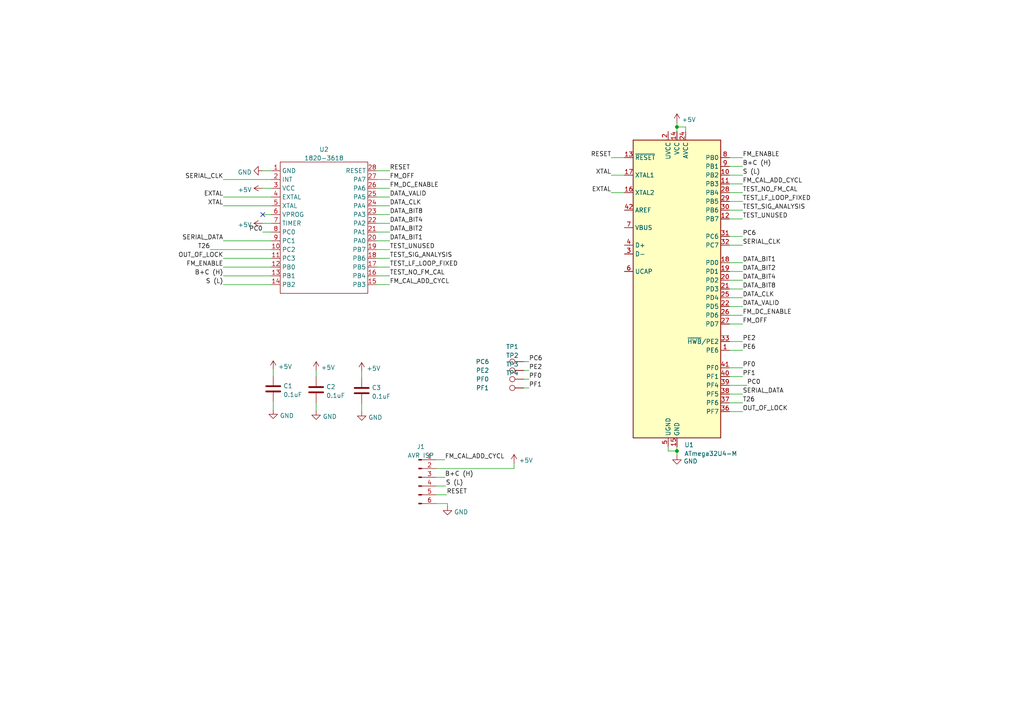
<source format=kicad_sch>
(kicad_sch (version 20211123) (generator eeschema)
  (paper "A4")
  (lib_symbols
    (symbol "Connector:Conn_01x06_Male" (pin_names (offset 1.016) hide)
      (property "Reference" "J" (at 0 7.62 0))
      (property "Value" "Conn_01x06_Male" (at 0 -10.16 0))
      (symbol "Conn_01x06_Male_1_1"
        (polyline (pts (xy 1.27 -7.62) (xy 0.8636 -7.62)) (stroke (width 0.1524)))
        (polyline (pts (xy 1.27 -5.08) (xy 0.8636 -5.08)) (stroke (width 0.1524)))
        (polyline (pts (xy 1.27 -2.54) (xy 0.8636 -2.54)) (stroke (width 0.1524)))
        (polyline (pts (xy 1.27 0) (xy 0.8636 0)) (stroke (width 0.1524)))
        (polyline (pts (xy 1.27 2.54) (xy 0.8636 2.54)) (stroke (width 0.1524)))
        (polyline (pts (xy 1.27 5.08) (xy 0.8636 5.08)) (stroke (width 0.1524)))
        (rectangle (start 0.8636 -7.493) (end 0 -7.747) (stroke (width 0.1524)) (fill (type outline)))
        (rectangle (start 0.8636 -4.953) (end 0 -5.207) (stroke (width 0.1524)) (fill (type outline)))
        (rectangle (start 0.8636 -2.413) (end 0 -2.667) (stroke (width 0.1524)) (fill (type outline)))
        (rectangle (start 0.8636 0.127) (end 0 -0.127) (stroke (width 0.1524)) (fill (type outline)))
        (rectangle (start 0.8636 2.667) (end 0 2.413) (stroke (width 0.1524)) (fill (type outline)))
        (rectangle (start 0.8636 5.207) (end 0 4.953) (stroke (width 0.1524)) (fill (type outline)))
        (pin passive line (at 5.08 5.08 180) (length 3.81) (name "Pin_1") (number "1"))
        (pin passive line (at 5.08 2.54 180) (length 3.81) (name "Pin_2") (number "2"))
        (pin passive line (at 5.08 0 180) (length 3.81) (name "Pin_3") (number "3"))
        (pin passive line (at 5.08 -2.54 180) (length 3.81) (name "Pin_4") (number "4"))
        (pin passive line (at 5.08 -5.08 180) (length 3.81) (name "Pin_5") (number "5"))
        (pin passive line (at 5.08 -7.62 180) (length 3.81) (name "Pin_6") (number "6"))
      )
    )
    (symbol "Connector:TestPoint" (pin_numbers hide) (pin_names (offset 0.762) hide)
      (property "Reference" "TP" (at 0 6.858 0))
      (property "Value" "TestPoint" (at 0 5.08 0))
      (symbol "TestPoint_0_1"
        (circle (center 0 3.302) (radius 0.762))
      )
      (symbol "TestPoint_1_1"
        (pin passive line (at 0 0 90) (length 2.54) (name "1") (number "1"))
      )
    )
    (symbol "Device:C" (pin_numbers hide) (pin_names (offset 0.254))
      (property "Reference" "C" (at 0.635 2.54 0))
      (property "Value" "C" (at 0.635 -2.54 0))
      (symbol "C_0_1"
        (polyline (pts (xy -2.032 -0.762) (xy 2.032 -0.762)) (stroke (width 0.508)))
        (polyline (pts (xy -2.032 0.762) (xy 2.032 0.762)) (stroke (width 0.508)))
      )
      (symbol "C_1_1"
        (pin passive line (at 0 3.81 270) (length 2.794) (name "~") (number "1"))
        (pin passive line (at 0 -3.81 90) (length 2.794) (name "~") (number "2"))
      )
    )
    (symbol "MCU_Microchip_ATmega:ATmega32U4-M"
      (property "Reference" "U" (at -12.7 44.45 0))
      (property "Value" "ATmega32U4-M" (at 2.54 -44.45 0))
      (symbol "ATmega32U4-M_0_1"
        (rectangle (start -12.7 -43.18) (end 12.7 43.18) (stroke (width 0.254)) (fill (type background)))
      )
      (symbol "ATmega32U4-M_1_1"
        (pin bidirectional line (at 15.24 -17.78 180) (length 2.54) (name "PE6") (number "1"))
        (pin bidirectional line (at 15.24 33.02 180) (length 2.54) (name "PB2") (number "10"))
        (pin bidirectional line (at 15.24 30.48 180) (length 2.54) (name "PB3") (number "11"))
        (pin bidirectional line (at 15.24 20.32 180) (length 2.54) (name "PB7") (number "12"))
        (pin input line (at -15.24 38.1 0) (length 2.54) (name "~{RESET}") (number "13"))
        (pin power_in line (at 0 45.72 270) (length 2.54) (name "VCC") (number "14"))
        (pin power_in line (at 0 -45.72 90) (length 2.54) (name "GND") (number "15"))
        (pin output line (at -15.24 27.94 0) (length 2.54) (name "XTAL2") (number "16"))
        (pin input line (at -15.24 33.02 0) (length 2.54) (name "XTAL1") (number "17"))
        (pin bidirectional line (at 15.24 7.62 180) (length 2.54) (name "PD0") (number "18"))
        (pin bidirectional line (at 15.24 5.08 180) (length 2.54) (name "PD1") (number "19"))
        (pin power_in line (at -2.54 45.72 270) (length 2.54) (name "UVCC") (number "2"))
        (pin bidirectional line (at 15.24 2.54 180) (length 2.54) (name "PD2") (number "20"))
        (pin bidirectional line (at 15.24 0 180) (length 2.54) (name "PD3") (number "21"))
        (pin bidirectional line (at 15.24 -5.08 180) (length 2.54) (name "PD5") (number "22"))
        (pin passive line (at 0 -45.72 90) (length 2.54) hide (name "GND") (number "23"))
        (pin power_in line (at 2.54 45.72 270) (length 2.54) (name "AVCC") (number "24"))
        (pin bidirectional line (at 15.24 -2.54 180) (length 2.54) (name "PD4") (number "25"))
        (pin bidirectional line (at 15.24 -7.62 180) (length 2.54) (name "PD6") (number "26"))
        (pin bidirectional line (at 15.24 -10.16 180) (length 2.54) (name "PD7") (number "27"))
        (pin bidirectional line (at 15.24 27.94 180) (length 2.54) (name "PB4") (number "28"))
        (pin bidirectional line (at 15.24 25.4 180) (length 2.54) (name "PB5") (number "29"))
        (pin bidirectional line (at -15.24 10.16 0) (length 2.54) (name "D-") (number "3"))
        (pin bidirectional line (at 15.24 22.86 180) (length 2.54) (name "PB6") (number "30"))
        (pin bidirectional line (at 15.24 15.24 180) (length 2.54) (name "PC6") (number "31"))
        (pin bidirectional line (at 15.24 12.7 180) (length 2.54) (name "PC7") (number "32"))
        (pin bidirectional line (at 15.24 -15.24 180) (length 2.54) (name "~{HWB}/PE2") (number "33"))
        (pin passive line (at 0 45.72 270) (length 2.54) hide (name "VCC") (number "34"))
        (pin passive line (at 0 -45.72 90) (length 2.54) hide (name "GND") (number "35"))
        (pin bidirectional line (at 15.24 -35.56 180) (length 2.54) (name "PF7") (number "36"))
        (pin bidirectional line (at 15.24 -33.02 180) (length 2.54) (name "PF6") (number "37"))
        (pin bidirectional line (at 15.24 -30.48 180) (length 2.54) (name "PF5") (number "38"))
        (pin bidirectional line (at 15.24 -27.94 180) (length 2.54) (name "PF4") (number "39"))
        (pin bidirectional line (at -15.24 12.7 0) (length 2.54) (name "D+") (number "4"))
        (pin bidirectional line (at 15.24 -25.4 180) (length 2.54) (name "PF1") (number "40"))
        (pin bidirectional line (at 15.24 -22.86 180) (length 2.54) (name "PF0") (number "41"))
        (pin passive line (at -15.24 22.86 0) (length 2.54) (name "AREF") (number "42"))
        (pin passive line (at 0 -45.72 90) (length 2.54) hide (name "GND") (number "43"))
        (pin passive line (at 2.54 45.72 270) (length 2.54) hide (name "AVCC") (number "44"))
        (pin passive line (at 0 -45.72 90) (length 2.54) hide (name "GND") (number "45"))
        (pin passive line (at -2.54 -45.72 90) (length 2.54) (name "UGND") (number "5"))
        (pin passive line (at -15.24 5.08 0) (length 2.54) (name "UCAP") (number "6"))
        (pin input line (at -15.24 17.78 0) (length 2.54) (name "VBUS") (number "7"))
        (pin bidirectional line (at 15.24 38.1 180) (length 2.54) (name "PB0") (number "8"))
        (pin bidirectional line (at 15.24 35.56 180) (length 2.54) (name "PB1") (number "9"))
      )
    )
    (symbol "hp:1820-3618"
      (property "Reference" "U2" (at 0 22.699 0))
      (property "Value" "1820-3618" (at 0 20.1621 0))
      (symbol "1820-3618_0_1"
        (rectangle (start -12.7 19.05) (end 12.7 -19.05) (stroke (width 0.1524)))
      )
      (symbol "1820-3618_1_1"
        (pin input line (at -15.24 16.51 0) (length 2.54) (name "GND") (number "1"))
        (pin input line (at -15.24 -6.35 0) (length 2.54) (name "PC2") (number "10"))
        (pin input line (at -15.24 -8.89 0) (length 2.54) (name "PC3") (number "11"))
        (pin input line (at -15.24 -11.43 0) (length 2.54) (name "PB0") (number "12"))
        (pin input line (at -15.24 -13.97 0) (length 2.54) (name "PB1") (number "13"))
        (pin input line (at -15.24 -16.51 0) (length 2.54) (name "PB2") (number "14"))
        (pin input line (at 15.24 -16.51 180) (length 2.54) (name "PB3") (number "15"))
        (pin input line (at 15.24 -13.97 180) (length 2.54) (name "PB4") (number "16"))
        (pin input line (at 15.24 -11.43 180) (length 2.54) (name "PB5") (number "17"))
        (pin input line (at 15.24 -8.89 180) (length 2.54) (name "PB6") (number "18"))
        (pin input line (at 15.24 -6.35 180) (length 2.54) (name "PB7") (number "19"))
        (pin input line (at -15.24 13.97 0) (length 2.54) (name "INT") (number "2"))
        (pin input line (at 15.24 -3.81 180) (length 2.54) (name "PA0") (number "20"))
        (pin input line (at 15.24 -1.27 180) (length 2.54) (name "PA1") (number "21"))
        (pin input line (at 15.24 1.27 180) (length 2.54) (name "PA2") (number "22"))
        (pin input line (at 15.24 3.81 180) (length 2.54) (name "PA3") (number "23"))
        (pin input line (at 15.24 6.35 180) (length 2.54) (name "PA4") (number "24"))
        (pin input line (at 15.24 8.89 180) (length 2.54) (name "PA5") (number "25"))
        (pin input line (at 15.24 11.43 180) (length 2.54) (name "PA6") (number "26"))
        (pin input line (at 15.24 13.97 180) (length 2.54) (name "PA7") (number "27"))
        (pin input line (at 15.24 16.51 180) (length 2.54) (name "RESET") (number "28"))
        (pin input line (at -15.24 11.43 0) (length 2.54) (name "VCC") (number "3"))
        (pin input line (at -15.24 8.89 0) (length 2.54) (name "EXTAL") (number "4"))
        (pin input line (at -15.24 6.35 0) (length 2.54) (name "XTAL") (number "5"))
        (pin input line (at -15.24 3.81 0) (length 2.54) (name "VPROG") (number "6"))
        (pin input line (at -15.24 1.27 0) (length 2.54) (name "TIMER") (number "7"))
        (pin input line (at -15.24 -1.27 0) (length 2.54) (name "PC0") (number "8"))
        (pin input line (at -15.24 -3.81 0) (length 2.54) (name "PC1") (number "9"))
      )
    )
    (symbol "power:+5V" (power) (pin_names (offset 0))
      (property "Value" "+5V" (at 0 3.556 0))
      (symbol "+5V_0_1"
        (polyline (pts (xy -0.762 1.27) (xy 0 2.54)))
        (polyline (pts (xy 0 0) (xy 0 2.54)))
        (polyline (pts (xy 0 2.54) (xy 0.762 1.27)))
      )
      (symbol "+5V_1_1"
        (pin power_in line (at 0 0 90) (length 0) hide (name "+5V") (number "1"))
      )
    )
    (symbol "power:GND" (power) (pin_names (offset 0))
      (property "Value" "GND" (at 0 -3.81 0))
      (symbol "GND_0_1"
        (polyline (pts (xy 0 0) (xy 0 -1.27) (xy 1.27 -1.27) (xy 0 -2.54) (xy -1.27 -1.27) (xy 0 -1.27)))
      )
      (symbol "GND_1_1"
        (pin power_in line (at 0 0 270) (length 0) hide (name "GND") (number "1"))
      )
    )
  )
  (junction (at 196.342 130.81))
  (junction (at 196.342 36.83))
  (no_connect (at 76.2 62.23))
  (wire (pts (xy 211.582 53.34) (xy 215.392 53.34)))
  (wire (pts (xy 211.582 88.9) (xy 215.392 88.9)))
  (wire (pts (xy 211.582 116.84) (xy 215.392 116.84)))
  (wire (pts (xy 215.392 91.44) (xy 211.582 91.44)))
  (wire (pts (xy 211.582 45.72) (xy 215.392 45.72)))
  (wire (pts (xy 196.342 35.56) (xy 196.342 36.83)))
  (wire (pts (xy 196.342 129.54) (xy 196.342 130.81)))
  (wire (pts (xy 64.77 74.93) (xy 78.74 74.93)))
  (wire (pts (xy 211.582 48.26) (xy 215.392 48.26)))
  (wire (pts (xy 64.77 69.85) (xy 78.74 69.85)))
  (wire (pts (xy 104.902 117.094) (xy 104.902 119.38)))
  (wire (pts (xy 211.582 68.58) (xy 215.392 68.58)))
  (wire (pts (xy 198.882 38.1) (xy 198.882 36.83)))
  (wire (pts (xy 177.292 55.88) (xy 181.102 55.88)))
  (wire (pts (xy 126.492 143.51) (xy 129.54 143.51)))
  (wire (pts (xy 126.492 133.35) (xy 129.032 133.35)))
  (wire (pts (xy 211.582 63.5) (xy 215.392 63.5)))
  (wire (pts (xy 109.22 69.85) (xy 113.03 69.85)))
  (wire (pts (xy 211.582 83.82) (xy 215.392 83.82)))
  (wire (pts (xy 193.802 130.81) (xy 196.342 130.81)))
  (wire (pts (xy 109.22 52.07) (xy 113.03 52.07)))
  (wire (pts (xy 211.582 60.96) (xy 215.392 60.96)))
  (wire (pts (xy 104.902 107.696) (xy 104.902 109.474)))
  (wire (pts (xy 211.582 86.36) (xy 215.392 86.36)))
  (wire (pts (xy 177.292 50.8) (xy 181.102 50.8)))
  (wire (pts (xy 64.77 52.07) (xy 78.74 52.07)))
  (wire (pts (xy 64.77 77.47) (xy 78.74 77.47)))
  (wire (pts (xy 109.22 57.15) (xy 113.03 57.15)))
  (wire (pts (xy 109.22 77.47) (xy 113.03 77.47)))
  (wire (pts (xy 64.77 80.01) (xy 78.74 80.01)))
  (wire (pts (xy 126.492 138.43) (xy 129.032 138.43)))
  (wire (pts (xy 109.22 59.69) (xy 113.03 59.69)))
  (wire (pts (xy 211.582 50.8) (xy 215.392 50.8)))
  (wire (pts (xy 196.342 130.81) (xy 196.342 132.08)))
  (wire (pts (xy 76.2 64.77) (xy 78.74 64.77)))
  (wire (pts (xy 76.2 62.23) (xy 78.74 62.23)))
  (wire (pts (xy 211.582 71.12) (xy 215.392 71.12)))
  (wire (pts (xy 60.96 72.39) (xy 78.74 72.39)))
  (wire (pts (xy 211.582 99.06) (xy 215.392 99.06)))
  (wire (pts (xy 109.22 80.01) (xy 113.03 80.01)))
  (wire (pts (xy 91.694 107.442) (xy 91.694 109.22)))
  (wire (pts (xy 211.582 106.68) (xy 215.392 106.68)))
  (wire (pts (xy 211.582 81.28) (xy 215.392 81.28)))
  (wire (pts (xy 91.694 116.84) (xy 91.694 119.126)))
  (wire (pts (xy 211.582 76.2) (xy 215.392 76.2)))
  (wire (pts (xy 149.098 134.366) (xy 149.098 135.89)))
  (wire (pts (xy 211.582 119.38) (xy 215.392 119.38)))
  (wire (pts (xy 151.892 107.442) (xy 153.416 107.442)))
  (wire (pts (xy 151.892 109.982) (xy 153.416 109.982)))
  (wire (pts (xy 126.492 140.97) (xy 129.286 140.97)))
  (wire (pts (xy 109.22 72.39) (xy 113.03 72.39)))
  (wire (pts (xy 151.892 112.522) (xy 153.416 112.522)))
  (wire (pts (xy 211.582 93.98) (xy 215.392 93.98)))
  (wire (pts (xy 126.492 146.05) (xy 129.794 146.05)))
  (wire (pts (xy 109.22 67.31) (xy 113.03 67.31)))
  (wire (pts (xy 76.2 54.61) (xy 78.74 54.61)))
  (wire (pts (xy 79.248 116.586) (xy 79.248 118.872)))
  (wire (pts (xy 109.22 62.23) (xy 113.03 62.23)))
  (wire (pts (xy 151.892 104.902) (xy 153.416 104.902)))
  (wire (pts (xy 211.582 78.74) (xy 215.392 78.74)))
  (wire (pts (xy 177.292 45.72) (xy 181.102 45.72)))
  (wire (pts (xy 211.582 55.88) (xy 215.392 55.88)))
  (wire (pts (xy 113.03 49.53) (xy 109.22 49.53)))
  (wire (pts (xy 126.492 135.89) (xy 149.098 135.89)))
  (wire (pts (xy 211.582 109.22) (xy 215.392 109.22)))
  (wire (pts (xy 211.582 101.6) (xy 215.392 101.6)))
  (wire (pts (xy 109.22 82.55) (xy 113.03 82.55)))
  (wire (pts (xy 109.22 64.77) (xy 113.03 64.77)))
  (wire (pts (xy 109.22 54.61) (xy 113.03 54.61)))
  (wire (pts (xy 76.2 67.31) (xy 78.74 67.31)))
  (wire (pts (xy 64.77 82.55) (xy 78.74 82.55)))
  (wire (pts (xy 64.77 59.69) (xy 78.74 59.69)))
  (wire (pts (xy 76.2 49.53) (xy 78.74 49.53)))
  (wire (pts (xy 129.794 146.05) (xy 129.794 146.812)))
  (wire (pts (xy 79.248 107.188) (xy 79.248 108.966)))
  (wire (pts (xy 211.582 58.42) (xy 215.392 58.42)))
  (wire (pts (xy 196.342 36.83) (xy 196.342 38.1)))
  (wire (pts (xy 193.802 129.54) (xy 193.802 130.81)))
  (wire (pts (xy 211.582 111.76) (xy 216.662 111.76)))
  (wire (pts (xy 211.582 114.3) (xy 215.392 114.3)))
  (wire (pts (xy 64.77 57.15) (xy 78.74 57.15)))
  (wire (pts (xy 198.882 36.83) (xy 196.342 36.83)))
  (wire (pts (xy 109.22 74.93) (xy 113.03 74.93)))
  (label "SERIAL_DATA" (at 64.77 69.85 180))
  (label "EXTAL" (at 177.292 55.88 180))
  (label "PE2" (at 215.392 99.06 0))
  (label "PF0" (at 153.416 109.982 0))
  (label "PC0" (at 76.2 67.31 180))
  (label "RESET" (at 177.292 45.72 180))
  (label "EXTAL" (at 64.77 57.15 180))
  (label "FM_CAL_ADD_CYCL" (at 215.392 53.34 0))
  (label "TEST_UNUSED" (at 113.03 72.39 0))
  (label "T26" (at 215.392 116.84 0))
  (label "DATA_CLK" (at 113.03 59.69 0))
  (label "TEST_NO_FM_CAL" (at 113.03 80.01 0))
  (label "PC0" (at 216.662 111.76 0))
  (label "PE6" (at 215.392 101.6 0))
  (label "DATA_CLK" (at 215.392 86.36 0))
  (label "FM_DC_ENABLE" (at 113.03 54.61 0))
  (label "DATA_VALID" (at 113.03 57.15 0))
  (label "FM_ENABLE" (at 215.392 45.72 0))
  (label "FM_ENABLE" (at 64.77 77.47 180))
  (label "TEST_SIG_ANALYSIS" (at 215.392 60.96 0))
  (label "XTAL" (at 64.77 59.69 180))
  (label "DATA_BIT1" (at 113.03 69.85 0))
  (label "DATA_BIT4" (at 215.392 81.28 0))
  (label "B+C (H)" (at 215.392 48.26 0))
  (label "DATA_BIT2" (at 215.392 78.74 0))
  (label "SERIAL_CLK" (at 64.77 52.07 180))
  (label "TEST_SIG_ANALYSIS" (at 113.03 74.93 0))
  (label "DATA_BIT8" (at 215.392 83.82 0))
  (label "S (L)" (at 64.77 82.55 180))
  (label "PC6" (at 153.416 104.902 0))
  (label "XTAL" (at 177.292 50.8 180))
  (label "SERIAL_CLK" (at 215.392 71.12 0))
  (label "DATA_BIT2" (at 113.03 67.31 0))
  (label "DATA_BIT1" (at 215.392 76.2 0))
  (label "TEST_UNUSED" (at 215.392 63.5 0))
  (label "OUT_OF_LOCK" (at 215.392 119.38 0))
  (label "TEST_LF_LOOP_FIXED" (at 113.03 77.47 0))
  (label "RESET" (at 129.54 143.51 0))
  (label "S (L)" (at 215.392 50.8 0))
  (label "PE2" (at 153.416 107.442 0))
  (label "FM_DC_ENABLE" (at 215.392 91.44 0))
  (label "DATA_BIT8" (at 113.03 62.23 0))
  (label "RESET" (at 113.03 49.53 0))
  (label "PF1" (at 215.392 109.22 0))
  (label "T26" (at 60.96 72.39 180))
  (label "SERIAL_DATA" (at 215.392 114.3 0))
  (label "TEST_LF_LOOP_FIXED" (at 215.392 58.42 0))
  (label "FM_CAL_ADD_CYCL" (at 129.032 133.35 0))
  (label "PF0" (at 215.392 106.68 0))
  (label "PF1" (at 153.416 112.522 0))
  (label "FM_OFF" (at 113.03 52.07 0))
  (label "B+C (H)" (at 129.032 138.43 0))
  (label "DATA_VALID" (at 215.392 88.9 0))
  (label "B+C (H)" (at 64.77 80.01 180))
  (label "PC6" (at 215.392 68.58 0))
  (label "FM_CAL_ADD_CYCL" (at 113.03 82.55 0))
  (label "TEST_NO_FM_CAL" (at 215.392 55.88 0))
  (label "S (L)" (at 129.286 140.97 0))
  (label "OUT_OF_LOCK" (at 64.77 74.93 180))
  (label "DATA_BIT4" (at 113.03 64.77 0))
  (label "FM_OFF" (at 215.392 93.98 0))
  (symbol (lib_id "power:+5V") (at 76.2 64.77 90) (unit 1)
    (property "Reference" "#PWR0103" (effects hide))
    (property "Value" "+5V" (at 73.0251 65.2038 90) (effects (justify left)))
  )
  (symbol (lib_id "Device:C") (at 79.248 112.776 0) (unit 1)
    (property "Reference" "C1" (at 82.169 111.9413 0) (effects (justify left)))
    (property "Value" "0.1uF" (at 82.169 114.4782 0) (effects (justify left)))
    (property "Footprint" "Capacitor_SMD:C_0603_1608Metric" (effects hide))
  )
  (symbol (lib_id "power:+5V") (at 91.694 107.442 0) (unit 1)
    (property "Reference" "#PWR0112" (effects hide))
    (property "Value" "+5V" (at 93.091 106.6058 0) (effects (justify left)))
  )
  (symbol (lib_id "Device:C") (at 91.694 113.03 0) (unit 1)
    (property "Reference" "C2" (at 94.615 112.1953 0) (effects (justify left)))
    (property "Value" "0.1uF" (at 94.615 114.7322 0) (effects (justify left)))
    (property "Footprint" "Capacitor_SMD:C_0603_1608Metric" (effects hide))
  )
  (symbol (lib_id "Connector:TestPoint") (at 151.892 104.902 90) (unit 1)
    (property "Reference" "TP1" (at 148.59 100.5672 90))
    (property "Value" "PC6" (at 139.954 104.902 90))
    (property "Footprint" "TestPoint:TestPoint_Pad_D1.0mm" (effects hide))
  )
  (symbol (lib_id "hp:1820-3618") (at 93.98 66.04 0) (unit 1)
    (property "Reference" "U2" (at 93.98 43.341 0))
    (property "Value" "1820-3618" (at 93.98 45.8779 0))
    (property "Footprint" "Package_DIP:DIP-28_W15.24mm_Socket" (effects hide))
  )
  (symbol (lib_id "power:+5V") (at 104.902 107.696 0) (unit 1)
    (property "Reference" "#PWR0113" (effects hide))
    (property "Value" "+5V" (at 106.299 106.8598 0) (effects (justify left)))
  )
  (symbol (lib_id "Device:C") (at 104.902 113.284 0) (unit 1)
    (property "Reference" "C3" (at 107.823 112.4493 0) (effects (justify left)))
    (property "Value" "0.1uF" (at 107.823 114.9862 0) (effects (justify left)))
    (property "Footprint" "Capacitor_SMD:C_0603_1608Metric" (effects hide))
  )
  (symbol (lib_id "Connector:TestPoint") (at 151.892 107.442 90) (unit 1)
    (property "Reference" "TP2" (at 148.59 103.1072 90))
    (property "Value" "PE2" (at 139.954 107.442 90))
    (property "Footprint" "TestPoint:TestPoint_Pad_D1.0mm" (effects hide))
  )
  (symbol (lib_id "power:+5V") (at 149.098 134.366 0) (unit 1)
    (property "Reference" "#PWR0109" (effects hide))
    (property "Value" "+5V" (at 150.495 133.5298 0) (effects (justify left)))
  )
  (symbol (lib_id "Connector:Conn_01x06_Male") (at 121.412 138.43 0) (unit 1)
    (property "Reference" "J1" (at 122.047 129.574 0))
    (property "Value" "AVR ISP" (at 122.047 132.1109 0))
    (property "Footprint" "Connector_PinHeader_2.54mm:PinHeader_2x03_P2.54mm_Vertical" (effects hide))
  )
  (symbol (lib_id "Connector:TestPoint") (at 151.892 109.982 90) (unit 1)
    (property "Reference" "TP3" (at 148.59 105.6472 90))
    (property "Value" "PF0" (at 139.954 109.982 90))
    (property "Footprint" "TestPoint:TestPoint_Pad_D1.0mm" (effects hide))
  )
  (symbol (lib_id "power:GND") (at 196.342 132.08 0) (unit 1)
    (property "Reference" "#PWR0107" (effects hide))
    (property "Value" "GND" (at 198.247 133.7838 0) (effects (justify left)))
  )
  (symbol (lib_id "power:GND") (at 91.694 119.126 0) (unit 1)
    (property "Reference" "#PWR0111" (effects hide))
    (property "Value" "GND" (at 93.599 120.8298 0) (effects (justify left)))
  )
  (symbol (lib_id "MCU_Microchip_ATmega:ATmega32U4-M") (at 196.342 83.82 0) (unit 1)
    (property "Reference" "U1" (at 198.4884 129.0304 0) (effects (justify left)))
    (property "Value" "ATmega32U4-M" (at 198.4884 131.5673 0) (effects (justify left)))
    (property "Footprint" "Package_DFN_QFN:QFN-44-1EP_7x7mm_P0.5mm_EP5.2x5.2mm" (effects hide))
    (property "Datasheet" "http://ww1.microchip.com/downloads/en/DeviceDoc/Atmel-7766-8-bit-AVR-ATmega16U4-32U4_Datasheet.pdf" (effects hide))
  )
  (symbol (lib_id "power:GND") (at 129.794 146.812 0) (unit 1)
    (property "Reference" "#PWR0108" (effects hide))
    (property "Value" "GND" (at 131.699 148.5158 0) (effects (justify left)))
  )
  (symbol (lib_id "power:+5V") (at 196.342 35.56 0) (unit 1)
    (property "Reference" "#PWR0106" (effects hide))
    (property "Value" "+5V" (at 197.739 34.7238 0) (effects (justify left)))
  )
  (symbol (lib_id "power:+5V") (at 79.248 107.188 0) (unit 1)
    (property "Reference" "#PWR0104" (effects hide))
    (property "Value" "+5V" (at 80.645 106.3518 0) (effects (justify left)))
  )
  (symbol (lib_id "Connector:TestPoint") (at 151.892 112.522 90) (unit 1)
    (property "Reference" "TP4" (at 148.59 108.1872 90))
    (property "Value" "PF1" (at 139.954 112.522 90))
    (property "Footprint" "TestPoint:TestPoint_Pad_D1.0mm" (effects hide))
  )
  (symbol (lib_id "power:+5V") (at 76.2 54.61 90) (unit 1)
    (property "Reference" "#PWR0101" (effects hide))
    (property "Value" "+5V" (at 73.0251 55.0438 90) (effects (justify left)))
  )
  (symbol (lib_id "power:GND") (at 79.248 118.872 0) (unit 1)
    (property "Reference" "#PWR0110" (effects hide))
    (property "Value" "GND" (at 81.153 120.5758 0) (effects (justify left)))
  )
  (symbol (lib_id "power:GND") (at 76.2 49.53 270) (unit 1)
    (property "Reference" "#PWR0105" (effects hide))
    (property "Value" "GND" (at 73.0251 49.9638 90) (effects (justify right)))
  )
  (symbol (lib_id "power:GND") (at 104.902 119.38 0) (unit 1)
    (property "Reference" "#PWR0114" (effects hide))
    (property "Value" "GND" (at 106.807 121.0838 0) (effects (justify left)))
  )
)
</source>
